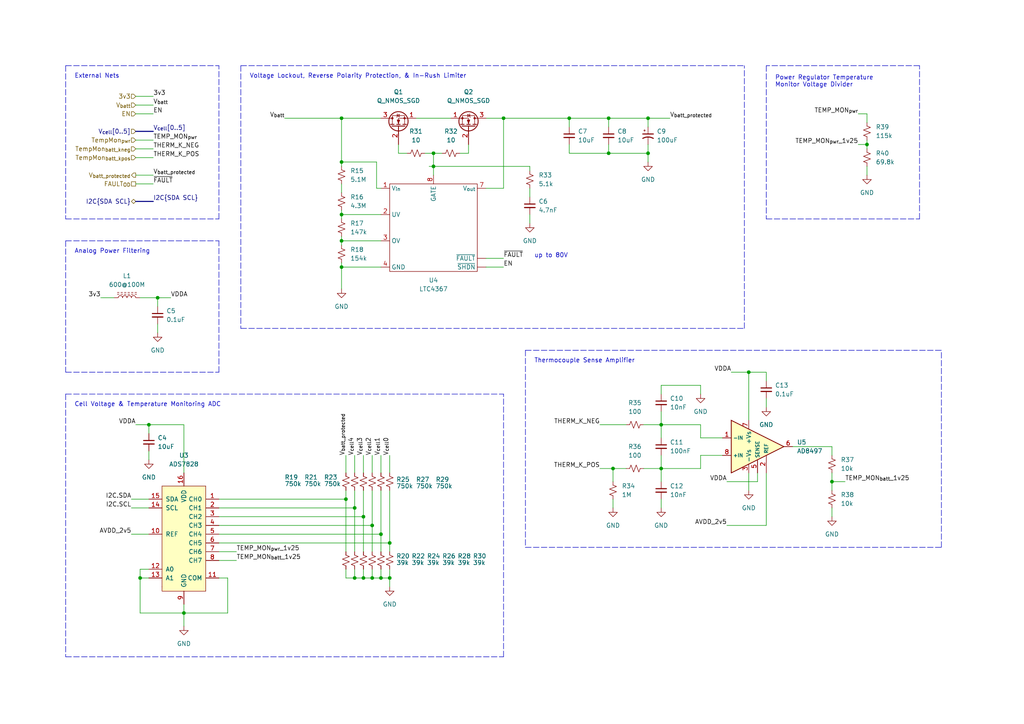
<source format=kicad_sch>
(kicad_sch (version 20210621) (generator eeschema)
  (paper "A4")
  (lib_symbols
    (symbol "Analog_ADC:ADS7828" (pin_names (offset 1.016))
      (property "Reference" "U" (at -5.08 15.24 0))
      (property "Value" "ADS7828" (at 5.08 15.24 0))
      (symbol "ADS7828_0_1"
        (rectangle (start 6.35 -15.24) (end 6.35 -15.24))
        (rectangle (start -6.35 13.97) (end 6.35 -16.51) (fill (type background)))
      )
      (symbol "ADS7828_1_1"
        (pin input line (at -10.16 10.16 0) (length 3.81) (name "CH0") (number "1"))
        (pin bidirectional line (at 10.16 0 180) (length 3.81) (name "REF") (number "10"))
        (pin input line (at -10.16 -12.7 0) (length 3.81) (name "COM") (number "11"))
        (pin input line (at 10.16 -10.16 180) (length 3.81) (name "A0") (number "12"))
        (pin input line (at 10.16 -12.7 180) (length 3.81) (name "A1") (number "13"))
        (pin input line (at 10.16 7.62 180) (length 3.81) (name "SCL") (number "14"))
        (pin bidirectional line (at 10.16 10.16 180) (length 3.81) (name "SDA") (number "15"))
        (pin power_in line (at 0 17.78 270) (length 3.81) (name "VDD") (number "16"))
        (pin input line (at -10.16 7.62 0) (length 3.81) (name "CH1") (number "2"))
        (pin input line (at -10.16 5.08 0) (length 3.81) (name "CH2") (number "3"))
        (pin input line (at -10.16 2.54 0) (length 3.81) (name "CH3") (number "4"))
        (pin input line (at -10.16 0 0) (length 3.81) (name "CH4") (number "5"))
        (pin input line (at -10.16 -2.54 0) (length 3.81) (name "CH5") (number "6"))
        (pin input line (at -10.16 -5.08 0) (length 3.81) (name "CH6") (number "7"))
        (pin input line (at -10.16 -7.62 0) (length 3.81) (name "CH7") (number "8"))
        (pin power_in line (at 0 -20.32 90) (length 3.81) (name "GND") (number "9"))
      )
    )
    (symbol "Device:C_Polarized_Small_US" (pin_numbers hide) (pin_names (offset 0.254) hide)
      (property "Reference" "C" (at 0.254 1.778 0))
      (property "Value" "C_Polarized_Small_US" (at 0.254 -2.032 0))
      (symbol "C_Polarized_Small_US_0_1"
        (arc (start -1.524 -0.762) (end 1.524 -0.762) (radius (at 0 -3.556) (length 3.175) (angles 118.6 61.4)) (stroke (width 0.3048)))
        (polyline (pts (xy -1.524 0.508) (xy 1.524 0.508)) (stroke (width 0.3048)))
        (polyline (pts (xy -1.27 1.524) (xy -0.762 1.524)))
        (polyline (pts (xy -1.016 1.27) (xy -1.016 1.778)))
      )
      (symbol "C_Polarized_Small_US_1_1"
        (pin passive line (at 0 2.54 270) (length 2.032) (name "~") (number "1"))
        (pin passive line (at 0 -2.54 90) (length 2.032) (name "~") (number "2"))
      )
    )
    (symbol "Device:C_Small" (pin_numbers hide) (pin_names (offset 0.254) hide)
      (property "Reference" "C" (at 0.254 1.778 0))
      (property "Value" "C_Small" (at 0.254 -2.032 0))
      (symbol "C_Small_0_1"
        (polyline (pts (xy -1.524 -0.508) (xy 1.524 -0.508)) (stroke (width 0.3302)))
        (polyline (pts (xy -1.524 0.508) (xy 1.524 0.508)) (stroke (width 0.3048)))
      )
      (symbol "C_Small_1_1"
        (pin passive line (at 0 2.54 270) (length 2.032) (name "~") (number "1"))
        (pin passive line (at 0 -2.54 90) (length 2.032) (name "~") (number "2"))
      )
    )
    (symbol "Device:L_Ferrite" (pin_numbers hide) (pin_names (offset 1.016) hide)
      (property "Reference" "L" (at -1.27 0 90))
      (property "Value" "L_Ferrite" (at 2.794 0 90))
      (symbol "L_Ferrite_0_1"
        (arc (start 0 -2.54) (end 0 -1.27) (radius (at 0 -1.905) (length 0.635) (angles -89.9 89.9)))
        (arc (start 0 -1.27) (end 0 0) (radius (at 0 -0.635) (length 0.635) (angles -89.9 89.9)))
        (arc (start 0 0) (end 0 1.27) (radius (at 0 0.635) (length 0.635) (angles -89.9 89.9)))
        (arc (start 0 1.27) (end 0 2.54) (radius (at 0 1.905) (length 0.635) (angles -89.9 89.9)))
        (polyline (pts (xy 1.016 -2.794) (xy 1.016 -2.286)))
        (polyline (pts (xy 1.016 -1.778) (xy 1.016 -1.27)))
        (polyline (pts (xy 1.016 -0.762) (xy 1.016 -0.254)))
        (polyline (pts (xy 1.016 0.254) (xy 1.016 0.762)))
        (polyline (pts (xy 1.016 1.27) (xy 1.016 1.778)))
        (polyline (pts (xy 1.016 2.286) (xy 1.016 2.794)))
        (polyline (pts (xy 1.524 -2.286) (xy 1.524 -2.794)))
        (polyline (pts (xy 1.524 -1.27) (xy 1.524 -1.778)))
        (polyline (pts (xy 1.524 -0.254) (xy 1.524 -0.762)))
        (polyline (pts (xy 1.524 0.762) (xy 1.524 0.254)))
        (polyline (pts (xy 1.524 1.778) (xy 1.524 1.27)))
        (polyline (pts (xy 1.524 2.794) (xy 1.524 2.286)))
      )
      (symbol "L_Ferrite_1_1"
        (pin passive line (at 0 3.81 270) (length 1.27) (name "1") (number "1"))
        (pin passive line (at 0 -3.81 90) (length 1.27) (name "2") (number "2"))
      )
    )
    (symbol "Device:Q_NMOS_SGD" (pin_names (offset 0) hide)
      (property "Reference" "Q" (at 5.08 1.27 0))
      (property "Value" "Q_NMOS_SGD" (at 5.08 -1.27 0))
      (symbol "Q_NMOS_SGD_0_1"
        (circle (center 1.651 0) (radius 2.794) (stroke (width 0.254)))
        (circle (center 2.54 -1.778) (radius 0.254) (fill (type outline)))
        (circle (center 2.54 1.778) (radius 0.254) (fill (type outline)))
        (polyline (pts (xy 0.254 0) (xy -2.54 0)))
        (polyline (pts (xy 0.254 1.905) (xy 0.254 -1.905)) (stroke (width 0.254)))
        (polyline (pts (xy 0.762 -1.27) (xy 0.762 -2.286)) (stroke (width 0.254)))
        (polyline (pts (xy 0.762 0.508) (xy 0.762 -0.508)) (stroke (width 0.254)))
        (polyline (pts (xy 0.762 2.286) (xy 0.762 1.27)) (stroke (width 0.254)))
        (polyline (pts (xy 2.54 2.54) (xy 2.54 1.778)))
        (polyline (pts (xy 2.54 -2.54) (xy 2.54 0) (xy 0.762 0)))
        (polyline (pts (xy 0.762 -1.778) (xy 3.302 -1.778) (xy 3.302 1.778) (xy 0.762 1.778)))
        (polyline (pts (xy 2.794 0.508) (xy 2.921 0.381) (xy 3.683 0.381) (xy 3.81 0.254)))
        (polyline (pts (xy 3.302 0.381) (xy 2.921 -0.254) (xy 3.683 -0.254) (xy 3.302 0.381)))
        (polyline (pts (xy 1.016 0) (xy 2.032 0.381) (xy 2.032 -0.381) (xy 1.016 0)) (fill (type outline)))
      )
      (symbol "Q_NMOS_SGD_1_1"
        (pin passive line (at 2.54 -5.08 90) (length 2.54) (name "S") (number "1"))
        (pin input line (at -5.08 0 0) (length 5.08) (name "G") (number "2"))
        (pin passive line (at 2.54 5.08 270) (length 2.54) (name "D") (number "3"))
      )
    )
    (symbol "Device:R_Small_US" (pin_numbers hide) (pin_names (offset 0.254) hide)
      (property "Reference" "R" (at 0.762 0.508 0))
      (property "Value" "R_Small_US" (at 0.762 -1.016 0))
      (symbol "R_Small_US_1_1"
        (polyline (pts (xy 0 0) (xy 1.016 -0.381) (xy 0 -0.762) (xy -1.016 -1.143) (xy 0 -1.524)))
        (polyline (pts (xy 0 1.524) (xy 1.016 1.143) (xy 0 0.762) (xy -1.016 0.381) (xy 0 0)))
        (pin passive line (at 0 2.54 270) (length 1.016) (name "~") (number "1"))
        (pin passive line (at 0 -2.54 90) (length 1.016) (name "~") (number "2"))
      )
    )
    (symbol "Sensor_Temperature:AD8497"
      (property "Reference" "U" (at 5.08 3.81 0))
      (property "Value" "AD8497" (at 8.89 -3.81 0))
      (symbol "AD8497_0_1"
        (polyline (pts (xy -7.62 7.62) (xy 7.62 0) (xy -7.62 -7.62) (xy -7.62 7.62)) (stroke (width 0.254)) (fill (type background)))
      )
      (symbol "AD8497_1_1"
        (pin input line (at -10.16 2.54 0) (length 2.54) (name "-IN") (number "1"))
        (pin input line (at 2.54 -7.62 90) (length 5.08) (name "REF") (number "2"))
        (pin power_in line (at -2.54 -7.62 90) (length 2.54) (name "-Vs") (number "3"))
        (pin no_connect line (at -5.08 0 180) (length 2.54) hide (name "NC") (number "4"))
        (pin passive line (at 0 -7.62 90) (length 3.81) (name "SENSE") (number "5"))
        (pin output line (at 10.16 0 180) (length 2.54) (name "~") (number "6"))
        (pin power_in line (at -2.54 7.62 270) (length 2.54) (name "+Vs") (number "7"))
        (pin input line (at -10.16 -2.54 0) (length 2.54) (name "+IN") (number "8"))
      )
    )
    (symbol "ltc_regulators:LTC4367"
      (property "Reference" "U" (at 0 -15.24 0))
      (property "Value" "LTC4367" (at 6.35 13.97 0))
      (symbol "LTC4367_0_1"
        (rectangle (start -12.7 12.7) (end 12.7 -12.7) (stroke (width 0.1524)))
      )
      (symbol "LTC4367_1_1"
        (pin open_collector line (at 15.24 -8.89 180) (length 2.54) (name "~{FAULT}") (number ""))
        (pin input line (at 15.24 -11.43 180) (length 2.54) (name "~{SHDN}") (number ""))
        (pin power_in line (at -15.24 11.43 0) (length 2.54) (name "V_{in}") (number "1"))
        (pin input line (at -15.24 3.81 0) (length 2.54) (name "UV") (number "2"))
        (pin input line (at -15.24 -3.81 0) (length 2.54) (name "OV") (number "3"))
        (pin power_in line (at -15.24 -11.43 0) (length 2.54) (name "GND") (number "4"))
        (pin input line (at 15.24 11.43 180) (length 2.54) (name "V_{out}") (number "7"))
        (pin output line (at 0 15.24 270) (length 2.54) (name "GATE") (number "8"))
      )
    )
    (symbol "power:GND" (power) (pin_names (offset 0))
      (property "Value" "GND" (at 0 -3.81 0))
      (symbol "GND_0_1"
        (polyline (pts (xy 0 0) (xy 0 -1.27) (xy 1.27 -1.27) (xy 0 -2.54) (xy -1.27 -1.27) (xy 0 -1.27)))
      )
      (symbol "GND_1_1"
        (pin power_in line (at 0 0 270) (length 0) hide (name "GND") (number "1"))
      )
    )
  )
  (junction (at 40.64 167.64) (diameter 0.9144))
  (junction (at 43.18 123.19) (diameter 0.9144))
  (junction (at 45.72 86.36) (diameter 0.9144))
  (junction (at 53.34 177.8) (diameter 0.9144))
  (junction (at 99.06 34.29) (diameter 0.9144))
  (junction (at 99.06 46.99) (diameter 0.9144))
  (junction (at 99.06 62.23) (diameter 0.9144))
  (junction (at 99.06 69.85) (diameter 0.9144))
  (junction (at 99.06 77.47) (diameter 0.9144))
  (junction (at 100.33 144.78) (diameter 0.9144))
  (junction (at 102.87 147.32) (diameter 0.9144))
  (junction (at 102.87 167.64) (diameter 0.9144))
  (junction (at 105.41 149.86) (diameter 0.9144))
  (junction (at 105.41 167.64) (diameter 0.9144))
  (junction (at 107.95 152.4) (diameter 0.9144))
  (junction (at 107.95 167.64) (diameter 0.9144))
  (junction (at 110.49 154.94) (diameter 0.9144))
  (junction (at 110.49 167.64) (diameter 0.9144))
  (junction (at 113.03 157.48) (diameter 0.9144))
  (junction (at 113.03 167.64) (diameter 0.9144))
  (junction (at 125.73 44.45) (diameter 0.9144))
  (junction (at 125.73 48.26) (diameter 0.9144))
  (junction (at 146.05 34.29) (diameter 0.9144))
  (junction (at 165.1 34.29) (diameter 0.9144))
  (junction (at 176.53 34.29) (diameter 0.9144))
  (junction (at 176.53 44.45) (diameter 0.9144))
  (junction (at 177.8 135.89) (diameter 0.9144))
  (junction (at 187.96 34.29) (diameter 0.9144))
  (junction (at 187.96 44.45) (diameter 0.9144))
  (junction (at 191.77 123.19) (diameter 0.9144))
  (junction (at 191.77 135.89) (diameter 0.9144))
  (junction (at 217.17 107.95) (diameter 0.9144))
  (junction (at 241.3 139.7) (diameter 0.9144))
  (junction (at 251.46 41.91) (diameter 0.9144))
  (wire (pts (xy 29.21 86.36) (xy 33.02 86.36)))
  (wire (pts (xy 38.1 144.78) (xy 43.18 144.78)))
  (wire (pts (xy 38.1 147.32) (xy 43.18 147.32)))
  (wire (pts (xy 38.1 154.94) (xy 43.18 154.94)))
  (wire (pts (xy 39.37 27.94) (xy 44.45 27.94)))
  (wire (pts (xy 39.37 30.48) (xy 44.45 30.48)))
  (wire (pts (xy 39.37 33.02) (xy 44.45 33.02)))
  (wire (pts (xy 39.37 40.64) (xy 44.45 40.64)))
  (wire (pts (xy 39.37 43.18) (xy 44.45 43.18)))
  (wire (pts (xy 39.37 45.72) (xy 44.45 45.72)))
  (wire (pts (xy 39.37 50.8) (xy 44.45 50.8)))
  (wire (pts (xy 39.37 53.34) (xy 44.45 53.34)))
  (wire (pts (xy 39.37 123.19) (xy 43.18 123.19)))
  (wire (pts (xy 40.64 86.36) (xy 45.72 86.36)))
  (wire (pts (xy 40.64 165.1) (xy 40.64 167.64)))
  (wire (pts (xy 40.64 167.64) (xy 40.64 177.8)))
  (wire (pts (xy 40.64 167.64) (xy 43.18 167.64)))
  (wire (pts (xy 40.64 177.8) (xy 53.34 177.8)))
  (wire (pts (xy 43.18 123.19) (xy 43.18 125.73)))
  (wire (pts (xy 43.18 123.19) (xy 53.34 123.19)))
  (wire (pts (xy 43.18 130.81) (xy 43.18 133.35)))
  (wire (pts (xy 43.18 165.1) (xy 40.64 165.1)))
  (wire (pts (xy 45.72 86.36) (xy 45.72 88.9)))
  (wire (pts (xy 45.72 86.36) (xy 49.53 86.36)))
  (wire (pts (xy 45.72 93.98) (xy 45.72 96.52)))
  (wire (pts (xy 53.34 137.16) (xy 53.34 123.19)))
  (wire (pts (xy 53.34 175.26) (xy 53.34 177.8)))
  (wire (pts (xy 53.34 177.8) (xy 53.34 181.61)))
  (wire (pts (xy 63.5 144.78) (xy 100.33 144.78)))
  (wire (pts (xy 63.5 147.32) (xy 102.87 147.32)))
  (wire (pts (xy 63.5 149.86) (xy 105.41 149.86)))
  (wire (pts (xy 63.5 152.4) (xy 107.95 152.4)))
  (wire (pts (xy 63.5 154.94) (xy 110.49 154.94)))
  (wire (pts (xy 63.5 157.48) (xy 113.03 157.48)))
  (wire (pts (xy 63.5 160.02) (xy 68.58 160.02)))
  (wire (pts (xy 63.5 162.56) (xy 68.58 162.56)))
  (wire (pts (xy 63.5 167.64) (xy 66.04 167.64)))
  (wire (pts (xy 66.04 167.64) (xy 66.04 177.8)))
  (wire (pts (xy 66.04 177.8) (xy 53.34 177.8)))
  (wire (pts (xy 82.55 34.29) (xy 99.06 34.29)))
  (wire (pts (xy 99.06 34.29) (xy 99.06 46.99)))
  (wire (pts (xy 99.06 34.29) (xy 110.49 34.29)))
  (wire (pts (xy 99.06 46.99) (xy 99.06 48.26)))
  (wire (pts (xy 99.06 46.99) (xy 109.22 46.99)))
  (wire (pts (xy 99.06 53.34) (xy 99.06 55.88)))
  (wire (pts (xy 99.06 60.96) (xy 99.06 62.23)))
  (wire (pts (xy 99.06 62.23) (xy 99.06 63.5)))
  (wire (pts (xy 99.06 62.23) (xy 110.49 62.23)))
  (wire (pts (xy 99.06 68.58) (xy 99.06 69.85)))
  (wire (pts (xy 99.06 69.85) (xy 99.06 71.12)))
  (wire (pts (xy 99.06 69.85) (xy 110.49 69.85)))
  (wire (pts (xy 99.06 77.47) (xy 99.06 76.2)))
  (wire (pts (xy 99.06 77.47) (xy 99.06 83.82)))
  (wire (pts (xy 99.06 77.47) (xy 110.49 77.47)))
  (wire (pts (xy 100.33 132.08) (xy 100.33 137.16)))
  (wire (pts (xy 100.33 142.24) (xy 100.33 144.78)))
  (wire (pts (xy 100.33 144.78) (xy 100.33 160.02)))
  (wire (pts (xy 100.33 165.1) (xy 100.33 167.64)))
  (wire (pts (xy 100.33 167.64) (xy 102.87 167.64)))
  (wire (pts (xy 102.87 132.08) (xy 102.87 137.16)))
  (wire (pts (xy 102.87 142.24) (xy 102.87 147.32)))
  (wire (pts (xy 102.87 147.32) (xy 102.87 160.02)))
  (wire (pts (xy 102.87 165.1) (xy 102.87 167.64)))
  (wire (pts (xy 102.87 167.64) (xy 105.41 167.64)))
  (wire (pts (xy 105.41 132.08) (xy 105.41 137.16)))
  (wire (pts (xy 105.41 142.24) (xy 105.41 149.86)))
  (wire (pts (xy 105.41 149.86) (xy 105.41 160.02)))
  (wire (pts (xy 105.41 165.1) (xy 105.41 167.64)))
  (wire (pts (xy 105.41 167.64) (xy 107.95 167.64)))
  (wire (pts (xy 107.95 132.08) (xy 107.95 137.16)))
  (wire (pts (xy 107.95 142.24) (xy 107.95 152.4)))
  (wire (pts (xy 107.95 152.4) (xy 107.95 160.02)))
  (wire (pts (xy 107.95 165.1) (xy 107.95 167.64)))
  (wire (pts (xy 107.95 167.64) (xy 110.49 167.64)))
  (wire (pts (xy 109.22 54.61) (xy 109.22 46.99)))
  (wire (pts (xy 110.49 54.61) (xy 109.22 54.61)))
  (wire (pts (xy 110.49 132.08) (xy 110.49 137.16)))
  (wire (pts (xy 110.49 142.24) (xy 110.49 154.94)))
  (wire (pts (xy 110.49 154.94) (xy 110.49 160.02)))
  (wire (pts (xy 110.49 165.1) (xy 110.49 167.64)))
  (wire (pts (xy 110.49 167.64) (xy 113.03 167.64)))
  (wire (pts (xy 113.03 132.08) (xy 113.03 137.16)))
  (wire (pts (xy 113.03 142.24) (xy 113.03 157.48)))
  (wire (pts (xy 113.03 157.48) (xy 113.03 160.02)))
  (wire (pts (xy 113.03 165.1) (xy 113.03 167.64)))
  (wire (pts (xy 113.03 167.64) (xy 113.03 170.18)))
  (wire (pts (xy 115.57 41.91) (xy 115.57 44.45)))
  (wire (pts (xy 115.57 44.45) (xy 118.11 44.45)))
  (wire (pts (xy 120.65 34.29) (xy 130.81 34.29)))
  (wire (pts (xy 123.19 44.45) (xy 125.73 44.45)))
  (wire (pts (xy 124.46 48.26) (xy 125.73 48.26)))
  (wire (pts (xy 125.73 44.45) (xy 125.73 48.26)))
  (wire (pts (xy 125.73 44.45) (xy 128.27 44.45)))
  (wire (pts (xy 125.73 48.26) (xy 125.73 50.8)))
  (wire (pts (xy 125.73 48.26) (xy 153.67 48.26)))
  (wire (pts (xy 133.35 44.45) (xy 135.89 44.45)))
  (wire (pts (xy 135.89 44.45) (xy 135.89 41.91)))
  (wire (pts (xy 140.97 34.29) (xy 146.05 34.29)))
  (wire (pts (xy 140.97 54.61) (xy 146.05 54.61)))
  (wire (pts (xy 140.97 74.93) (xy 146.05 74.93)))
  (wire (pts (xy 140.97 77.47) (xy 146.05 77.47)))
  (wire (pts (xy 146.05 34.29) (xy 165.1 34.29)))
  (wire (pts (xy 146.05 54.61) (xy 146.05 34.29)))
  (wire (pts (xy 153.67 48.26) (xy 153.67 49.53)))
  (wire (pts (xy 153.67 54.61) (xy 153.67 57.15)))
  (wire (pts (xy 153.67 62.23) (xy 153.67 64.77)))
  (wire (pts (xy 165.1 34.29) (xy 165.1 36.83)))
  (wire (pts (xy 165.1 34.29) (xy 176.53 34.29)))
  (wire (pts (xy 165.1 41.91) (xy 165.1 44.45)))
  (wire (pts (xy 165.1 44.45) (xy 176.53 44.45)))
  (wire (pts (xy 173.99 123.19) (xy 181.61 123.19)))
  (wire (pts (xy 173.99 135.89) (xy 177.8 135.89)))
  (wire (pts (xy 176.53 34.29) (xy 176.53 36.83)))
  (wire (pts (xy 176.53 34.29) (xy 187.96 34.29)))
  (wire (pts (xy 176.53 41.91) (xy 176.53 44.45)))
  (wire (pts (xy 176.53 44.45) (xy 187.96 44.45)))
  (wire (pts (xy 177.8 135.89) (xy 177.8 139.7)))
  (wire (pts (xy 177.8 135.89) (xy 181.61 135.89)))
  (wire (pts (xy 177.8 144.78) (xy 177.8 147.32)))
  (wire (pts (xy 186.69 123.19) (xy 191.77 123.19)))
  (wire (pts (xy 186.69 135.89) (xy 191.77 135.89)))
  (wire (pts (xy 187.96 34.29) (xy 187.96 36.83)))
  (wire (pts (xy 187.96 34.29) (xy 194.31 34.29)))
  (wire (pts (xy 187.96 44.45) (xy 187.96 41.91)))
  (wire (pts (xy 187.96 44.45) (xy 187.96 46.99)))
  (wire (pts (xy 191.77 111.76) (xy 203.2 111.76)))
  (wire (pts (xy 191.77 114.3) (xy 191.77 111.76)))
  (wire (pts (xy 191.77 119.38) (xy 191.77 123.19)))
  (wire (pts (xy 191.77 123.19) (xy 191.77 127)))
  (wire (pts (xy 191.77 132.08) (xy 191.77 135.89)))
  (wire (pts (xy 191.77 135.89) (xy 191.77 139.7)))
  (wire (pts (xy 191.77 144.78) (xy 191.77 147.32)))
  (wire (pts (xy 203.2 111.76) (xy 203.2 114.3)))
  (wire (pts (xy 203.2 123.19) (xy 191.77 123.19)))
  (wire (pts (xy 203.2 127) (xy 203.2 123.19)))
  (wire (pts (xy 203.2 132.08) (xy 203.2 135.89)))
  (wire (pts (xy 203.2 135.89) (xy 191.77 135.89)))
  (wire (pts (xy 209.55 127) (xy 203.2 127)))
  (wire (pts (xy 209.55 132.08) (xy 203.2 132.08)))
  (wire (pts (xy 210.82 139.7) (xy 219.71 139.7)))
  (wire (pts (xy 210.82 152.4) (xy 222.25 152.4)))
  (wire (pts (xy 212.09 107.95) (xy 217.17 107.95)))
  (wire (pts (xy 217.17 107.95) (xy 217.17 121.92)))
  (wire (pts (xy 217.17 137.16) (xy 217.17 142.24)))
  (wire (pts (xy 219.71 139.7) (xy 219.71 137.16)))
  (wire (pts (xy 222.25 107.95) (xy 217.17 107.95)))
  (wire (pts (xy 222.25 107.95) (xy 222.25 110.49)))
  (wire (pts (xy 222.25 115.57) (xy 222.25 118.11)))
  (wire (pts (xy 222.25 152.4) (xy 222.25 137.16)))
  (wire (pts (xy 229.87 129.54) (xy 241.3 129.54)))
  (wire (pts (xy 241.3 129.54) (xy 241.3 132.08)))
  (wire (pts (xy 241.3 137.16) (xy 241.3 139.7)))
  (wire (pts (xy 241.3 139.7) (xy 241.3 142.24)))
  (wire (pts (xy 241.3 139.7) (xy 245.11 139.7)))
  (wire (pts (xy 241.3 147.32) (xy 241.3 149.86)))
  (wire (pts (xy 248.92 33.02) (xy 251.46 33.02)))
  (wire (pts (xy 248.92 41.91) (xy 251.46 41.91)))
  (wire (pts (xy 251.46 33.02) (xy 251.46 35.56)))
  (wire (pts (xy 251.46 40.64) (xy 251.46 41.91)))
  (wire (pts (xy 251.46 41.91) (xy 251.46 43.18)))
  (wire (pts (xy 251.46 48.26) (xy 251.46 50.8)))
  (bus (pts (xy 39.37 38.1) (xy 44.45 38.1)))
  (bus (pts (xy 39.37 58.42) (xy 44.45 58.42)))
  (polyline (pts (xy 19.05 19.05) (xy 19.05 63.5)) (stroke (width 0) (type dash)))
  (polyline (pts (xy 19.05 19.05) (xy 63.5 19.05)) (stroke (width 0) (type dash)))
  (polyline (pts (xy 19.05 63.5) (xy 63.5 63.5)) (stroke (width 0) (type dash)))
  (polyline (pts (xy 19.05 69.85) (xy 19.05 107.95)) (stroke (width 0) (type dash)))
  (polyline (pts (xy 19.05 69.85) (xy 63.5 69.85)) (stroke (width 0) (type dash)))
  (polyline (pts (xy 19.05 107.95) (xy 63.5 107.95)) (stroke (width 0) (type dash)))
  (polyline (pts (xy 19.05 114.3) (xy 19.05 190.5)) (stroke (width 0) (type dash)))
  (polyline (pts (xy 19.05 114.3) (xy 146.05 114.3)) (stroke (width 0) (type dash)))
  (polyline (pts (xy 19.05 190.5) (xy 146.05 190.5)) (stroke (width 0) (type dash)))
  (polyline (pts (xy 63.5 63.5) (xy 63.5 19.05)) (stroke (width 0) (type dash)))
  (polyline (pts (xy 63.5 107.95) (xy 63.5 69.85)) (stroke (width 0) (type dash)))
  (polyline (pts (xy 69.85 19.05) (xy 69.85 95.25)) (stroke (width 0) (type dash)))
  (polyline (pts (xy 69.85 19.05) (xy 215.9 19.05)) (stroke (width 0) (type dash)))
  (polyline (pts (xy 69.85 95.25) (xy 215.9 95.25)) (stroke (width 0) (type dash)))
  (polyline (pts (xy 146.05 190.5) (xy 146.05 114.3)) (stroke (width 0) (type dash)))
  (polyline (pts (xy 152.4 101.6) (xy 152.4 158.75)) (stroke (width 0) (type dash)))
  (polyline (pts (xy 152.4 101.6) (xy 273.05 101.6)) (stroke (width 0) (type dash)))
  (polyline (pts (xy 152.4 158.75) (xy 273.05 158.75)) (stroke (width 0) (type dash)))
  (polyline (pts (xy 215.9 95.25) (xy 215.9 19.05)) (stroke (width 0) (type dash)))
  (polyline (pts (xy 222.25 19.05) (xy 222.25 63.5)) (stroke (width 0) (type dash)))
  (polyline (pts (xy 222.25 63.5) (xy 266.7 63.5)) (stroke (width 0) (type dash)))
  (polyline (pts (xy 266.7 19.05) (xy 222.25 19.05)) (stroke (width 0) (type dash)))
  (polyline (pts (xy 266.7 63.5) (xy 266.7 19.05)) (stroke (width 0) (type dash)))
  (polyline (pts (xy 273.05 158.75) (xy 273.05 101.6)) (stroke (width 0) (type dash)))
  (text "External Nets" (at 21.59 22.86 0) (effects (font (size 1.27 1.27)) (justify left bottom)))
  (text "Analog Power Filtering" (at 21.59 73.66 0) (effects (font (size 1.27 1.27)) (justify left bottom)))
  (text "Cell Voltage & Temperature Monitoring ADC" (at 21.59 118.11 0) (effects (font (size 1.27 1.27)) (justify left bottom)))
  (text "Voltage Lockout, Reverse Polarity Protection, & In-Rush Limiter" (at 72.39 22.86 0) (effects (font (size 1.27 1.27)) (justify left bottom)))
  (text "up to 80V" (at 154.94 74.93 0) (effects (font (size 1.27 1.27)) (justify left bottom)))
  (text "Thermocouple Sense Amplifier" (at 154.94 105.41 0) (effects (font (size 1.27 1.27)) (justify left bottom)))
  (text "Power Regulator Temperature\nMonitor Voltage Divider" (at 224.79 25.4 0) (effects (font (size 1.27 1.27)) (justify left bottom)))
  (label "3v3" (at 29.21 86.36 180))
  (label "I2C.SDA" (at 38.1 144.78 180))
  (label "I2C.SCL" (at 38.1 147.32 180))
  (label "AVDD_2v5" (at 38.1 154.94 180))
  (label "VDDA" (at 39.37 123.19 180))
  (label "3v3" (at 44.45 27.94 0))
  (label "V_{batt}" (at 44.45 30.48 0))
  (label "EN" (at 44.45 33.02 0))
  (label "V_{cell}[0..5]" (at 44.45 38.1 0))
  (label "TEMP_MON_{pwr}" (at 44.45 40.64 0))
  (label "THERM_K_NEG" (at 44.45 43.18 0))
  (label "THERM_K_POS" (at 44.45 45.72 0))
  (label "V_{batt_protected}" (at 44.45 50.8 0))
  (label "~{FAULT}" (at 44.45 53.34 0))
  (label "I2C{SDA SCL}" (at 44.45 58.42 0))
  (label "VDDA" (at 49.53 86.36 0))
  (label "TEMP_MON_{pwr}_1v25" (at 68.58 160.02 0))
  (label "TEMP_MON_{batt}_1v25" (at 68.58 162.56 0))
  (label "V_{batt}" (at 82.55 34.29 180))
  (label "V_{batt_protected}" (at 100.33 132.08 90))
  (label "V_{cell}4" (at 102.87 132.08 90))
  (label "V_{cell}3" (at 105.41 132.08 90))
  (label "V_{cell}2" (at 107.95 132.08 90))
  (label "V_{cell}1" (at 110.49 132.08 90))
  (label "V_{cell}0" (at 113.03 132.08 90))
  (label "~{FAULT}" (at 146.05 74.93 0))
  (label "EN" (at 146.05 77.47 0))
  (label "THERM_K_NEG" (at 173.99 123.19 180))
  (label "THERM_K_POS" (at 173.99 135.89 180))
  (label "V_{batt_protected}" (at 194.31 34.29 0))
  (label "VDDA" (at 210.82 139.7 180))
  (label "AVDD_2v5" (at 210.82 152.4 180))
  (label "VDDA" (at 212.09 107.95 180))
  (label "TEMP_MON_{batt}_1v25" (at 245.11 139.7 0))
  (label "TEMP_MON_{pwr}" (at 248.92 33.02 180))
  (label "TEMP_MON_{pwr}_1v25" (at 248.92 41.91 180))
  (hierarchical_label "3v3" (shape input) (at 39.37 27.94 180))
  (hierarchical_label "V_{batt}" (shape input) (at 39.37 30.48 180))
  (hierarchical_label "EN" (shape input) (at 39.37 33.02 180))
  (hierarchical_label "V_{cell}[0..5]" (shape input) (at 39.37 38.1 180))
  (hierarchical_label "TempMon_{pwr}" (shape input) (at 39.37 40.64 180))
  (hierarchical_label "TempMon_{batt_kneg}" (shape input) (at 39.37 43.18 180))
  (hierarchical_label "TempMon_{batt_kpos}" (shape input) (at 39.37 45.72 180))
  (hierarchical_label "V_{batt_protected}" (shape output) (at 39.37 50.8 180))
  (hierarchical_label "FAULT_{OD}" (shape passive) (at 39.37 53.34 180))
  (hierarchical_label "I2C{SDA SCL}" (shape bidirectional) (at 39.37 58.42 180))
  (symbol (lib_id "power:GND") (at 43.18 133.35 0) (unit 1)
    (property "Reference" "#PWR048" (effects hide))
    (property "Value" "GND" (at 43.18 138.43 0))
  )
  (symbol (lib_id "power:GND") (at 45.72 96.52 0) (unit 1)
    (property "Reference" "#PWR049" (effects hide))
    (property "Value" "GND" (at 45.72 101.6 0))
  )
  (symbol (lib_id "power:GND") (at 53.34 181.61 0) (unit 1)
    (property "Reference" "#PWR050" (effects hide))
    (property "Value" "GND" (at 53.34 186.69 0))
  )
  (symbol (lib_id "power:GND") (at 99.06 83.82 0) (unit 1)
    (property "Reference" "#PWR051" (effects hide))
    (property "Value" "GND" (at 99.06 88.9 0))
  )
  (symbol (lib_id "power:GND") (at 113.03 170.18 0) (unit 1)
    (property "Reference" "#PWR052" (effects hide))
    (property "Value" "GND" (at 113.03 175.26 0))
  )
  (symbol (lib_id "power:GND") (at 153.67 64.77 0) (unit 1)
    (property "Reference" "#PWR053" (effects hide))
    (property "Value" "GND" (at 153.67 69.85 0))
  )
  (symbol (lib_id "power:GND") (at 177.8 147.32 0) (unit 1)
    (property "Reference" "#PWR054" (effects hide))
    (property "Value" "GND" (at 177.8 152.4 0))
  )
  (symbol (lib_id "power:GND") (at 187.96 46.99 0) (unit 1)
    (property "Reference" "#PWR055" (effects hide))
    (property "Value" "GND" (at 187.96 52.07 0))
  )
  (symbol (lib_id "power:GND") (at 191.77 147.32 0) (unit 1)
    (property "Reference" "#PWR056" (effects hide))
    (property "Value" "GND" (at 191.77 152.4 0))
  )
  (symbol (lib_id "power:GND") (at 203.2 114.3 0) (unit 1)
    (property "Reference" "#PWR057" (effects hide))
    (property "Value" "GND" (at 203.2 119.38 0))
  )
  (symbol (lib_id "power:GND") (at 217.17 142.24 0) (unit 1)
    (property "Reference" "#PWR058" (effects hide))
    (property "Value" "GND" (at 217.17 147.32 0))
  )
  (symbol (lib_id "power:GND") (at 222.25 118.11 0) (unit 1)
    (property "Reference" "#PWR059" (effects hide))
    (property "Value" "GND" (at 222.25 123.19 0))
  )
  (symbol (lib_id "power:GND") (at 241.3 149.86 0) (unit 1)
    (property "Reference" "#PWR060" (effects hide))
    (property "Value" "GND" (at 241.3 154.94 0))
  )
  (symbol (lib_id "power:GND") (at 251.46 50.8 0) (unit 1)
    (property "Reference" "#PWR061" (effects hide))
    (property "Value" "GND" (at 251.46 55.88 0))
  )
  (symbol (lib_id "Device:R_Small_US") (at 99.06 50.8 0) (unit 1)
    (property "Reference" "R15" (at 101.6 49.5299 0) (effects (justify left)))
    (property "Value" "5.1M" (at 101.6 52.0699 0) (effects (justify left)))
  )
  (symbol (lib_id "Device:R_Small_US") (at 99.06 58.42 0) (unit 1)
    (property "Reference" "R16" (at 101.6 57.1499 0) (effects (justify left)))
    (property "Value" "4.3M" (at 101.6 59.6899 0) (effects (justify left)))
  )
  (symbol (lib_id "Device:R_Small_US") (at 99.06 66.04 0) (unit 1)
    (property "Reference" "R17" (at 101.6 64.7699 0) (effects (justify left)))
    (property "Value" "147k" (at 101.6 67.3099 0) (effects (justify left)))
  )
  (symbol (lib_id "Device:R_Small_US") (at 99.06 73.66 180) (unit 1)
    (property "Reference" "R18" (at 101.6 72.3899 0) (effects (justify right)))
    (property "Value" "154k" (at 101.6 74.9299 0) (effects (justify right)))
  )
  (symbol (lib_id "Device:R_Small_US") (at 100.33 139.7 0) (unit 1)
    (property "Reference" "R19" (at 82.55 138.4299 0) (effects (justify left)))
    (property "Value" "750k" (at 82.55 140.3349 0) (effects (justify left)))
  )
  (symbol (lib_id "Device:R_Small_US") (at 100.33 162.56 0) (unit 1)
    (property "Reference" "R20" (at 114.935 161.2899 0) (effects (justify left)))
    (property "Value" "39k" (at 114.935 163.1949 0) (effects (justify left)))
  )
  (symbol (lib_id "Device:R_Small_US") (at 102.87 139.7 0) (unit 1)
    (property "Reference" "R21" (at 88.265 138.4299 0) (effects (justify left)))
    (property "Value" "750k" (at 88.265 140.3349 0) (effects (justify left)))
  )
  (symbol (lib_id "Device:R_Small_US") (at 102.87 162.56 0) (unit 1)
    (property "Reference" "R22" (at 119.38 161.2899 0) (effects (justify left)))
    (property "Value" "39k" (at 119.38 163.1949 0) (effects (justify left)))
  )
  (symbol (lib_id "Device:R_Small_US") (at 105.41 139.7 0) (unit 1)
    (property "Reference" "R23" (at 93.98 138.4299 0) (effects (justify left)))
    (property "Value" "750k" (at 93.98 140.3349 0) (effects (justify left)))
  )
  (symbol (lib_id "Device:R_Small_US") (at 105.41 162.56 0) (unit 1)
    (property "Reference" "R24" (at 123.825 161.2899 0) (effects (justify left)))
    (property "Value" "39k" (at 123.825 163.1949 0) (effects (justify left)))
  )
  (symbol (lib_id "Device:R_Small_US") (at 107.95 139.7 0) (unit 1)
    (property "Reference" "R25" (at 114.935 139.0649 0) (effects (justify left)))
    (property "Value" "750k" (at 114.935 140.9699 0) (effects (justify left)))
  )
  (symbol (lib_id "Device:R_Small_US") (at 107.95 162.56 0) (unit 1)
    (property "Reference" "R26" (at 128.27 161.2899 0) (effects (justify left)))
    (property "Value" "39k" (at 128.27 163.1949 0) (effects (justify left)))
  )
  (symbol (lib_id "Device:R_Small_US") (at 110.49 139.7 0) (unit 1)
    (property "Reference" "R27" (at 120.65 139.0649 0) (effects (justify left)))
    (property "Value" "750k" (at 120.65 140.9699 0) (effects (justify left)))
  )
  (symbol (lib_id "Device:R_Small_US") (at 110.49 162.56 0) (unit 1)
    (property "Reference" "R28" (at 132.715 161.2899 0) (effects (justify left)))
    (property "Value" "39k" (at 132.715 163.1949 0) (effects (justify left)))
  )
  (symbol (lib_id "Device:R_Small_US") (at 113.03 139.7 0) (unit 1)
    (property "Reference" "R29" (at 126.365 139.0649 0) (effects (justify left)))
    (property "Value" "750k" (at 126.365 140.9699 0) (effects (justify left)))
  )
  (symbol (lib_id "Device:R_Small_US") (at 113.03 162.56 0) (unit 1)
    (property "Reference" "R30" (at 137.16 161.2899 0) (effects (justify left)))
    (property "Value" "39k" (at 137.16 163.1949 0) (effects (justify left)))
  )
  (symbol (lib_id "Device:R_Small_US") (at 120.65 44.45 90) (unit 1)
    (property "Reference" "R31" (at 120.65 38.1 90))
    (property "Value" "10" (at 120.65 40.64 90))
  )
  (symbol (lib_id "Device:R_Small_US") (at 130.81 44.45 90) (unit 1)
    (property "Reference" "R32" (at 130.81 38.1 90))
    (property "Value" "10" (at 130.81 40.64 90))
  )
  (symbol (lib_id "Device:R_Small_US") (at 153.67 52.07 0) (unit 1)
    (property "Reference" "R33" (at 156.21 50.7999 0) (effects (justify left)))
    (property "Value" "5.1k" (at 156.21 53.3399 0) (effects (justify left)))
  )
  (symbol (lib_id "Device:R_Small_US") (at 177.8 142.24 0) (unit 1)
    (property "Reference" "R34" (at 180.34 140.9699 0) (effects (justify left)))
    (property "Value" "1M" (at 180.34 143.5099 0) (effects (justify left)))
  )
  (symbol (lib_id "Device:R_Small_US") (at 184.15 123.19 270) (unit 1)
    (property "Reference" "R35" (at 184.15 116.84 90))
    (property "Value" "100" (at 184.15 119.38 90))
  )
  (symbol (lib_id "Device:R_Small_US") (at 184.15 135.89 270) (unit 1)
    (property "Reference" "R36" (at 184.15 129.54 90))
    (property "Value" "100" (at 184.15 132.08 90))
  )
  (symbol (lib_id "Device:R_Small_US") (at 241.3 134.62 0) (unit 1)
    (property "Reference" "R37" (at 243.84 133.3499 0) (effects (justify left)))
    (property "Value" "10k" (at 243.84 135.8899 0) (effects (justify left)))
  )
  (symbol (lib_id "Device:R_Small_US") (at 241.3 144.78 0) (unit 1)
    (property "Reference" "R38" (at 243.84 143.5099 0) (effects (justify left)))
    (property "Value" "10k" (at 243.84 146.0499 0) (effects (justify left)))
  )
  (symbol (lib_id "Device:R_Small_US") (at 251.46 38.1 0) (unit 1)
    (property "Reference" "R39" (at 254 36.8299 0) (effects (justify left)))
    (property "Value" "115k" (at 254 39.3699 0) (effects (justify left)))
  )
  (symbol (lib_id "Device:R_Small_US") (at 251.46 45.72 0) (unit 1)
    (property "Reference" "R40" (at 254 44.4499 0) (effects (justify left)))
    (property "Value" "69.8k" (at 254 46.9899 0) (effects (justify left)))
  )
  (symbol (lib_id "Device:L_Ferrite") (at 36.83 86.36 90) (unit 1)
    (property "Reference" "L1" (at 36.83 80.01 90))
    (property "Value" "600@100M" (at 36.83 82.55 90))
    (property "Datasheet" "https://www.digikey.com/en/products/detail/tdk-corporation/MMZ1608B601CTAH0/600533" (effects hide))
  )
  (symbol (lib_id "Device:C_Polarized_Small_US") (at 187.96 39.37 0) (unit 1)
    (property "Reference" "C9" (at 190.5 38.0999 0) (effects (justify left)))
    (property "Value" "100uF" (at 190.5 40.6399 0) (effects (justify left)))
    (property "Datasheet" "https://www.digikey.com/en/products/detail/w%C3%BCrth-elektronik/860040875005/5729197" (effects hide))
  )
  (symbol (lib_id "Device:C_Small") (at 43.18 128.27 0) (unit 1)
    (property "Reference" "C4" (at 45.72 126.9999 0) (effects (justify left)))
    (property "Value" "10uF" (at 45.72 129.5399 0) (effects (justify left)))
  )
  (symbol (lib_id "Device:C_Small") (at 45.72 91.44 0) (unit 1)
    (property "Reference" "C5" (at 48.26 90.1699 0) (effects (justify left)))
    (property "Value" "0.1uF" (at 48.26 92.7099 0) (effects (justify left)))
  )
  (symbol (lib_id "Device:C_Small") (at 153.67 59.69 0) (unit 1)
    (property "Reference" "C6" (at 156.21 58.4199 0) (effects (justify left)))
    (property "Value" "4.7nF" (at 156.21 60.9599 0) (effects (justify left)))
  )
  (symbol (lib_id "Device:C_Small") (at 165.1 39.37 0) (unit 1)
    (property "Reference" "C7" (at 167.64 38.0999 0) (effects (justify left)))
    (property "Value" "10uF" (at 167.64 40.6399 0) (effects (justify left)))
  )
  (symbol (lib_id "Device:C_Small") (at 176.53 39.37 0) (unit 1)
    (property "Reference" "C8" (at 179.07 38.0999 0) (effects (justify left)))
    (property "Value" "10uF" (at 179.07 40.6399 0) (effects (justify left)))
  )
  (symbol (lib_id "Device:C_Small") (at 191.77 116.84 0) (unit 1)
    (property "Reference" "C10" (at 194.31 115.5699 0) (effects (justify left)))
    (property "Value" "10nF" (at 194.31 118.1099 0) (effects (justify left)))
  )
  (symbol (lib_id "Device:C_Small") (at 191.77 129.54 0) (unit 1)
    (property "Reference" "C11" (at 194.31 128.2699 0) (effects (justify left)))
    (property "Value" "100nF" (at 194.31 130.8099 0) (effects (justify left)))
  )
  (symbol (lib_id "Device:C_Small") (at 191.77 142.24 0) (unit 1)
    (property "Reference" "C12" (at 194.31 140.9699 0) (effects (justify left)))
    (property "Value" "10nF" (at 194.31 143.5099 0) (effects (justify left)))
  )
  (symbol (lib_id "Device:C_Small") (at 222.25 113.03 0) (unit 1)
    (property "Reference" "C13" (at 224.79 111.7599 0) (effects (justify left)))
    (property "Value" "0.1uF" (at 224.79 114.2999 0) (effects (justify left)))
  )
  (symbol (lib_id "Device:Q_NMOS_SGD") (at 115.57 36.83 90) (unit 1)
    (property "Reference" "Q1" (at 115.57 26.67 90))
    (property "Value" "Q_NMOS_SGD" (at 115.57 29.21 90))
    (property "Datasheet" "https://www.digikey.com/en/products/detail/vishay-siliconix/SQJA80EP-T1-GE3/6708932" (effects hide))
  )
  (symbol (lib_id "Device:Q_NMOS_SGD") (at 135.89 36.83 270) (mirror x) (unit 1)
    (property "Reference" "Q2" (at 135.89 26.67 90))
    (property "Value" "Q_NMOS_SGD" (at 135.89 29.21 90))
    (property "Datasheet" "https://www.digikey.com/en/products/detail/vishay-siliconix/SQJA80EP-T1-GE3/6708932" (effects hide))
  )
  (symbol (lib_id "Sensor_Temperature:AD8497") (at 219.71 129.54 0) (unit 1)
    (property "Reference" "U5" (at 231.14 128.2699 0) (effects (justify left)))
    (property "Value" "AD8497" (at 231.14 130.8099 0) (effects (justify left)))
    (property "Footprint" "Package_SO:MSOP-8_3x3mm_P0.65mm" (effects hide))
    (property "Datasheet" "https://www.analog.com/media/en/technical-documentation/data-sheets/ad8494_8495_8496_8497.pdf" (effects hide))
  )
  (symbol (lib_id "Analog_ADC:ADS7828") (at 53.34 154.94 0) (mirror y) (unit 1)
    (property "Reference" "U3" (at 53.34 132.08 0))
    (property "Value" "ADS7828" (at 53.34 134.62 0))
    (property "Footprint" "Package_SO:TSSOP-16_4.4x5mm_P0.65mm" (effects hide))
    (property "Datasheet" "http://www.ti.com/lit/ds/symlink/ads7828.pdf" (effects hide))
  )
  (symbol (lib_id "ltc_regulators:LTC4367") (at 125.73 66.04 0) (unit 1)
    (property "Reference" "U4" (at 125.73 81.28 0))
    (property "Value" "LTC4367" (at 125.73 83.82 0))
  )
)
</source>
